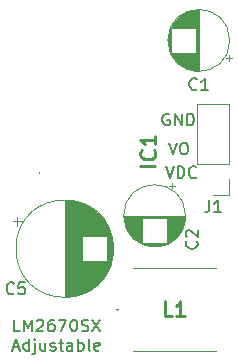
<source format=gbr>
%TF.GenerationSoftware,KiCad,Pcbnew,8.0.1-rc1*%
%TF.CreationDate,2024-10-01T13:14:16-07:00*%
%TF.ProjectId,LM2670-ADJ-Carrier-Set-SMD,4c4d3236-3730-42d4-9144-4a2d43617272,rev?*%
%TF.SameCoordinates,Original*%
%TF.FileFunction,Legend,Top*%
%TF.FilePolarity,Positive*%
%FSLAX46Y46*%
G04 Gerber Fmt 4.6, Leading zero omitted, Abs format (unit mm)*
G04 Created by KiCad (PCBNEW 8.0.1-rc1) date 2024-10-01 13:14:16*
%MOMM*%
%LPD*%
G01*
G04 APERTURE LIST*
%ADD10C,0.150000*%
%ADD11C,0.254000*%
%ADD12C,0.100000*%
%ADD13C,0.200000*%
%ADD14C,0.120000*%
%ADD15R,2.850000X3.300000*%
%ADD16R,1.700000X1.700000*%
%ADD17O,1.700000X1.700000*%
%ADD18R,1.600000X1.600000*%
%ADD19C,1.600000*%
%ADD20R,0.910000X2.160000*%
%ADD21R,10.800000X10.410000*%
G04 APERTURE END LIST*
D10*
X149102887Y-100513608D02*
X149436220Y-101513608D01*
X149436220Y-101513608D02*
X149769553Y-100513608D01*
X150102887Y-101513608D02*
X150102887Y-100513608D01*
X150102887Y-100513608D02*
X150340982Y-100513608D01*
X150340982Y-100513608D02*
X150483839Y-100561227D01*
X150483839Y-100561227D02*
X150579077Y-100656465D01*
X150579077Y-100656465D02*
X150626696Y-100751703D01*
X150626696Y-100751703D02*
X150674315Y-100942179D01*
X150674315Y-100942179D02*
X150674315Y-101085036D01*
X150674315Y-101085036D02*
X150626696Y-101275512D01*
X150626696Y-101275512D02*
X150579077Y-101370750D01*
X150579077Y-101370750D02*
X150483839Y-101465989D01*
X150483839Y-101465989D02*
X150340982Y-101513608D01*
X150340982Y-101513608D02*
X150102887Y-101513608D01*
X151674315Y-101418369D02*
X151626696Y-101465989D01*
X151626696Y-101465989D02*
X151483839Y-101513608D01*
X151483839Y-101513608D02*
X151388601Y-101513608D01*
X151388601Y-101513608D02*
X151245744Y-101465989D01*
X151245744Y-101465989D02*
X151150506Y-101370750D01*
X151150506Y-101370750D02*
X151102887Y-101275512D01*
X151102887Y-101275512D02*
X151055268Y-101085036D01*
X151055268Y-101085036D02*
X151055268Y-100942179D01*
X151055268Y-100942179D02*
X151102887Y-100751703D01*
X151102887Y-100751703D02*
X151150506Y-100656465D01*
X151150506Y-100656465D02*
X151245744Y-100561227D01*
X151245744Y-100561227D02*
X151388601Y-100513608D01*
X151388601Y-100513608D02*
X151483839Y-100513608D01*
X151483839Y-100513608D02*
X151626696Y-100561227D01*
X151626696Y-100561227D02*
X151674315Y-100608846D01*
X149361166Y-98505103D02*
X149694499Y-99505103D01*
X149694499Y-99505103D02*
X150027832Y-98505103D01*
X150551642Y-98505103D02*
X150742118Y-98505103D01*
X150742118Y-98505103D02*
X150837356Y-98552722D01*
X150837356Y-98552722D02*
X150932594Y-98647960D01*
X150932594Y-98647960D02*
X150980213Y-98838436D01*
X150980213Y-98838436D02*
X150980213Y-99171769D01*
X150980213Y-99171769D02*
X150932594Y-99362245D01*
X150932594Y-99362245D02*
X150837356Y-99457484D01*
X150837356Y-99457484D02*
X150742118Y-99505103D01*
X150742118Y-99505103D02*
X150551642Y-99505103D01*
X150551642Y-99505103D02*
X150456404Y-99457484D01*
X150456404Y-99457484D02*
X150361166Y-99362245D01*
X150361166Y-99362245D02*
X150313547Y-99171769D01*
X150313547Y-99171769D02*
X150313547Y-98838436D01*
X150313547Y-98838436D02*
X150361166Y-98647960D01*
X150361166Y-98647960D02*
X150456404Y-98552722D01*
X150456404Y-98552722D02*
X150551642Y-98505103D01*
X149396753Y-96095988D02*
X149301515Y-96048369D01*
X149301515Y-96048369D02*
X149158658Y-96048369D01*
X149158658Y-96048369D02*
X149015801Y-96095988D01*
X149015801Y-96095988D02*
X148920563Y-96191226D01*
X148920563Y-96191226D02*
X148872944Y-96286464D01*
X148872944Y-96286464D02*
X148825325Y-96476940D01*
X148825325Y-96476940D02*
X148825325Y-96619797D01*
X148825325Y-96619797D02*
X148872944Y-96810273D01*
X148872944Y-96810273D02*
X148920563Y-96905511D01*
X148920563Y-96905511D02*
X149015801Y-97000750D01*
X149015801Y-97000750D02*
X149158658Y-97048369D01*
X149158658Y-97048369D02*
X149253896Y-97048369D01*
X149253896Y-97048369D02*
X149396753Y-97000750D01*
X149396753Y-97000750D02*
X149444372Y-96953130D01*
X149444372Y-96953130D02*
X149444372Y-96619797D01*
X149444372Y-96619797D02*
X149253896Y-96619797D01*
X149872944Y-97048369D02*
X149872944Y-96048369D01*
X149872944Y-96048369D02*
X150444372Y-97048369D01*
X150444372Y-97048369D02*
X150444372Y-96048369D01*
X150920563Y-97048369D02*
X150920563Y-96048369D01*
X150920563Y-96048369D02*
X151158658Y-96048369D01*
X151158658Y-96048369D02*
X151301515Y-96095988D01*
X151301515Y-96095988D02*
X151396753Y-96191226D01*
X151396753Y-96191226D02*
X151444372Y-96286464D01*
X151444372Y-96286464D02*
X151491991Y-96476940D01*
X151491991Y-96476940D02*
X151491991Y-96619797D01*
X151491991Y-96619797D02*
X151444372Y-96810273D01*
X151444372Y-96810273D02*
X151396753Y-96905511D01*
X151396753Y-96905511D02*
X151301515Y-97000750D01*
X151301515Y-97000750D02*
X151158658Y-97048369D01*
X151158658Y-97048369D02*
X150920563Y-97048369D01*
X136748428Y-114494098D02*
X136272238Y-114494098D01*
X136272238Y-114494098D02*
X136272238Y-113494098D01*
X137081762Y-114494098D02*
X137081762Y-113494098D01*
X137081762Y-113494098D02*
X137415095Y-114208383D01*
X137415095Y-114208383D02*
X137748428Y-113494098D01*
X137748428Y-113494098D02*
X137748428Y-114494098D01*
X138177000Y-113589336D02*
X138224619Y-113541717D01*
X138224619Y-113541717D02*
X138319857Y-113494098D01*
X138319857Y-113494098D02*
X138557952Y-113494098D01*
X138557952Y-113494098D02*
X138653190Y-113541717D01*
X138653190Y-113541717D02*
X138700809Y-113589336D01*
X138700809Y-113589336D02*
X138748428Y-113684574D01*
X138748428Y-113684574D02*
X138748428Y-113779812D01*
X138748428Y-113779812D02*
X138700809Y-113922669D01*
X138700809Y-113922669D02*
X138129381Y-114494098D01*
X138129381Y-114494098D02*
X138748428Y-114494098D01*
X139605571Y-113494098D02*
X139415095Y-113494098D01*
X139415095Y-113494098D02*
X139319857Y-113541717D01*
X139319857Y-113541717D02*
X139272238Y-113589336D01*
X139272238Y-113589336D02*
X139177000Y-113732193D01*
X139177000Y-113732193D02*
X139129381Y-113922669D01*
X139129381Y-113922669D02*
X139129381Y-114303621D01*
X139129381Y-114303621D02*
X139177000Y-114398859D01*
X139177000Y-114398859D02*
X139224619Y-114446479D01*
X139224619Y-114446479D02*
X139319857Y-114494098D01*
X139319857Y-114494098D02*
X139510333Y-114494098D01*
X139510333Y-114494098D02*
X139605571Y-114446479D01*
X139605571Y-114446479D02*
X139653190Y-114398859D01*
X139653190Y-114398859D02*
X139700809Y-114303621D01*
X139700809Y-114303621D02*
X139700809Y-114065526D01*
X139700809Y-114065526D02*
X139653190Y-113970288D01*
X139653190Y-113970288D02*
X139605571Y-113922669D01*
X139605571Y-113922669D02*
X139510333Y-113875050D01*
X139510333Y-113875050D02*
X139319857Y-113875050D01*
X139319857Y-113875050D02*
X139224619Y-113922669D01*
X139224619Y-113922669D02*
X139177000Y-113970288D01*
X139177000Y-113970288D02*
X139129381Y-114065526D01*
X140034143Y-113494098D02*
X140700809Y-113494098D01*
X140700809Y-113494098D02*
X140272238Y-114494098D01*
X141272238Y-113494098D02*
X141367476Y-113494098D01*
X141367476Y-113494098D02*
X141462714Y-113541717D01*
X141462714Y-113541717D02*
X141510333Y-113589336D01*
X141510333Y-113589336D02*
X141557952Y-113684574D01*
X141557952Y-113684574D02*
X141605571Y-113875050D01*
X141605571Y-113875050D02*
X141605571Y-114113145D01*
X141605571Y-114113145D02*
X141557952Y-114303621D01*
X141557952Y-114303621D02*
X141510333Y-114398859D01*
X141510333Y-114398859D02*
X141462714Y-114446479D01*
X141462714Y-114446479D02*
X141367476Y-114494098D01*
X141367476Y-114494098D02*
X141272238Y-114494098D01*
X141272238Y-114494098D02*
X141177000Y-114446479D01*
X141177000Y-114446479D02*
X141129381Y-114398859D01*
X141129381Y-114398859D02*
X141081762Y-114303621D01*
X141081762Y-114303621D02*
X141034143Y-114113145D01*
X141034143Y-114113145D02*
X141034143Y-113875050D01*
X141034143Y-113875050D02*
X141081762Y-113684574D01*
X141081762Y-113684574D02*
X141129381Y-113589336D01*
X141129381Y-113589336D02*
X141177000Y-113541717D01*
X141177000Y-113541717D02*
X141272238Y-113494098D01*
X141986524Y-114446479D02*
X142129381Y-114494098D01*
X142129381Y-114494098D02*
X142367476Y-114494098D01*
X142367476Y-114494098D02*
X142462714Y-114446479D01*
X142462714Y-114446479D02*
X142510333Y-114398859D01*
X142510333Y-114398859D02*
X142557952Y-114303621D01*
X142557952Y-114303621D02*
X142557952Y-114208383D01*
X142557952Y-114208383D02*
X142510333Y-114113145D01*
X142510333Y-114113145D02*
X142462714Y-114065526D01*
X142462714Y-114065526D02*
X142367476Y-114017907D01*
X142367476Y-114017907D02*
X142177000Y-113970288D01*
X142177000Y-113970288D02*
X142081762Y-113922669D01*
X142081762Y-113922669D02*
X142034143Y-113875050D01*
X142034143Y-113875050D02*
X141986524Y-113779812D01*
X141986524Y-113779812D02*
X141986524Y-113684574D01*
X141986524Y-113684574D02*
X142034143Y-113589336D01*
X142034143Y-113589336D02*
X142081762Y-113541717D01*
X142081762Y-113541717D02*
X142177000Y-113494098D01*
X142177000Y-113494098D02*
X142415095Y-113494098D01*
X142415095Y-113494098D02*
X142557952Y-113541717D01*
X142891286Y-113494098D02*
X143557952Y-114494098D01*
X143557952Y-113494098D02*
X142891286Y-114494098D01*
X136200809Y-115818327D02*
X136676999Y-115818327D01*
X136105571Y-116104042D02*
X136438904Y-115104042D01*
X136438904Y-115104042D02*
X136772237Y-116104042D01*
X137534142Y-116104042D02*
X137534142Y-115104042D01*
X137534142Y-116056423D02*
X137438904Y-116104042D01*
X137438904Y-116104042D02*
X137248428Y-116104042D01*
X137248428Y-116104042D02*
X137153190Y-116056423D01*
X137153190Y-116056423D02*
X137105571Y-116008803D01*
X137105571Y-116008803D02*
X137057952Y-115913565D01*
X137057952Y-115913565D02*
X137057952Y-115627851D01*
X137057952Y-115627851D02*
X137105571Y-115532613D01*
X137105571Y-115532613D02*
X137153190Y-115484994D01*
X137153190Y-115484994D02*
X137248428Y-115437375D01*
X137248428Y-115437375D02*
X137438904Y-115437375D01*
X137438904Y-115437375D02*
X137534142Y-115484994D01*
X138010333Y-115437375D02*
X138010333Y-116294518D01*
X138010333Y-116294518D02*
X137962714Y-116389756D01*
X137962714Y-116389756D02*
X137867476Y-116437375D01*
X137867476Y-116437375D02*
X137819857Y-116437375D01*
X138010333Y-115104042D02*
X137962714Y-115151661D01*
X137962714Y-115151661D02*
X138010333Y-115199280D01*
X138010333Y-115199280D02*
X138057952Y-115151661D01*
X138057952Y-115151661D02*
X138010333Y-115104042D01*
X138010333Y-115104042D02*
X138010333Y-115199280D01*
X138915094Y-115437375D02*
X138915094Y-116104042D01*
X138486523Y-115437375D02*
X138486523Y-115961184D01*
X138486523Y-115961184D02*
X138534142Y-116056423D01*
X138534142Y-116056423D02*
X138629380Y-116104042D01*
X138629380Y-116104042D02*
X138772237Y-116104042D01*
X138772237Y-116104042D02*
X138867475Y-116056423D01*
X138867475Y-116056423D02*
X138915094Y-116008803D01*
X139343666Y-116056423D02*
X139438904Y-116104042D01*
X139438904Y-116104042D02*
X139629380Y-116104042D01*
X139629380Y-116104042D02*
X139724618Y-116056423D01*
X139724618Y-116056423D02*
X139772237Y-115961184D01*
X139772237Y-115961184D02*
X139772237Y-115913565D01*
X139772237Y-115913565D02*
X139724618Y-115818327D01*
X139724618Y-115818327D02*
X139629380Y-115770708D01*
X139629380Y-115770708D02*
X139486523Y-115770708D01*
X139486523Y-115770708D02*
X139391285Y-115723089D01*
X139391285Y-115723089D02*
X139343666Y-115627851D01*
X139343666Y-115627851D02*
X139343666Y-115580232D01*
X139343666Y-115580232D02*
X139391285Y-115484994D01*
X139391285Y-115484994D02*
X139486523Y-115437375D01*
X139486523Y-115437375D02*
X139629380Y-115437375D01*
X139629380Y-115437375D02*
X139724618Y-115484994D01*
X140057952Y-115437375D02*
X140438904Y-115437375D01*
X140200809Y-115104042D02*
X140200809Y-115961184D01*
X140200809Y-115961184D02*
X140248428Y-116056423D01*
X140248428Y-116056423D02*
X140343666Y-116104042D01*
X140343666Y-116104042D02*
X140438904Y-116104042D01*
X141200809Y-116104042D02*
X141200809Y-115580232D01*
X141200809Y-115580232D02*
X141153190Y-115484994D01*
X141153190Y-115484994D02*
X141057952Y-115437375D01*
X141057952Y-115437375D02*
X140867476Y-115437375D01*
X140867476Y-115437375D02*
X140772238Y-115484994D01*
X141200809Y-116056423D02*
X141105571Y-116104042D01*
X141105571Y-116104042D02*
X140867476Y-116104042D01*
X140867476Y-116104042D02*
X140772238Y-116056423D01*
X140772238Y-116056423D02*
X140724619Y-115961184D01*
X140724619Y-115961184D02*
X140724619Y-115865946D01*
X140724619Y-115865946D02*
X140772238Y-115770708D01*
X140772238Y-115770708D02*
X140867476Y-115723089D01*
X140867476Y-115723089D02*
X141105571Y-115723089D01*
X141105571Y-115723089D02*
X141200809Y-115675470D01*
X141677000Y-116104042D02*
X141677000Y-115104042D01*
X141677000Y-115484994D02*
X141772238Y-115437375D01*
X141772238Y-115437375D02*
X141962714Y-115437375D01*
X141962714Y-115437375D02*
X142057952Y-115484994D01*
X142057952Y-115484994D02*
X142105571Y-115532613D01*
X142105571Y-115532613D02*
X142153190Y-115627851D01*
X142153190Y-115627851D02*
X142153190Y-115913565D01*
X142153190Y-115913565D02*
X142105571Y-116008803D01*
X142105571Y-116008803D02*
X142057952Y-116056423D01*
X142057952Y-116056423D02*
X141962714Y-116104042D01*
X141962714Y-116104042D02*
X141772238Y-116104042D01*
X141772238Y-116104042D02*
X141677000Y-116056423D01*
X142724619Y-116104042D02*
X142629381Y-116056423D01*
X142629381Y-116056423D02*
X142581762Y-115961184D01*
X142581762Y-115961184D02*
X142581762Y-115104042D01*
X143486524Y-116056423D02*
X143391286Y-116104042D01*
X143391286Y-116104042D02*
X143200810Y-116104042D01*
X143200810Y-116104042D02*
X143105572Y-116056423D01*
X143105572Y-116056423D02*
X143057953Y-115961184D01*
X143057953Y-115961184D02*
X143057953Y-115580232D01*
X143057953Y-115580232D02*
X143105572Y-115484994D01*
X143105572Y-115484994D02*
X143200810Y-115437375D01*
X143200810Y-115437375D02*
X143391286Y-115437375D01*
X143391286Y-115437375D02*
X143486524Y-115484994D01*
X143486524Y-115484994D02*
X143534143Y-115580232D01*
X143534143Y-115580232D02*
X143534143Y-115675470D01*
X143534143Y-115675470D02*
X143057953Y-115770708D01*
D11*
X149616647Y-113216181D02*
X149011885Y-113216181D01*
X149011885Y-113216181D02*
X149011885Y-111946181D01*
X150705219Y-113216181D02*
X149979504Y-113216181D01*
X150342361Y-113216181D02*
X150342361Y-111946181D01*
X150342361Y-111946181D02*
X150221409Y-112127609D01*
X150221409Y-112127609D02*
X150100457Y-112248562D01*
X150100457Y-112248562D02*
X149979504Y-112309038D01*
D10*
X152776115Y-103401819D02*
X152776115Y-104116104D01*
X152776115Y-104116104D02*
X152728496Y-104258961D01*
X152728496Y-104258961D02*
X152633258Y-104354200D01*
X152633258Y-104354200D02*
X152490401Y-104401819D01*
X152490401Y-104401819D02*
X152395163Y-104401819D01*
X153776115Y-104401819D02*
X153204687Y-104401819D01*
X153490401Y-104401819D02*
X153490401Y-103401819D01*
X153490401Y-103401819D02*
X153395163Y-103544676D01*
X153395163Y-103544676D02*
X153299925Y-103639914D01*
X153299925Y-103639914D02*
X153204687Y-103687533D01*
X136247572Y-111247228D02*
X136199953Y-111294848D01*
X136199953Y-111294848D02*
X136057096Y-111342467D01*
X136057096Y-111342467D02*
X135961858Y-111342467D01*
X135961858Y-111342467D02*
X135819001Y-111294848D01*
X135819001Y-111294848D02*
X135723763Y-111199609D01*
X135723763Y-111199609D02*
X135676144Y-111104371D01*
X135676144Y-111104371D02*
X135628525Y-110913895D01*
X135628525Y-110913895D02*
X135628525Y-110771038D01*
X135628525Y-110771038D02*
X135676144Y-110580562D01*
X135676144Y-110580562D02*
X135723763Y-110485324D01*
X135723763Y-110485324D02*
X135819001Y-110390086D01*
X135819001Y-110390086D02*
X135961858Y-110342467D01*
X135961858Y-110342467D02*
X136057096Y-110342467D01*
X136057096Y-110342467D02*
X136199953Y-110390086D01*
X136199953Y-110390086D02*
X136247572Y-110437705D01*
X137152334Y-110342467D02*
X136676144Y-110342467D01*
X136676144Y-110342467D02*
X136628525Y-110818657D01*
X136628525Y-110818657D02*
X136676144Y-110771038D01*
X136676144Y-110771038D02*
X136771382Y-110723419D01*
X136771382Y-110723419D02*
X137009477Y-110723419D01*
X137009477Y-110723419D02*
X137104715Y-110771038D01*
X137104715Y-110771038D02*
X137152334Y-110818657D01*
X137152334Y-110818657D02*
X137199953Y-110913895D01*
X137199953Y-110913895D02*
X137199953Y-111151990D01*
X137199953Y-111151990D02*
X137152334Y-111247228D01*
X137152334Y-111247228D02*
X137104715Y-111294848D01*
X137104715Y-111294848D02*
X137009477Y-111342467D01*
X137009477Y-111342467D02*
X136771382Y-111342467D01*
X136771382Y-111342467D02*
X136676144Y-111294848D01*
X136676144Y-111294848D02*
X136628525Y-111247228D01*
X151712284Y-106857686D02*
X151759904Y-106905305D01*
X151759904Y-106905305D02*
X151807523Y-107048162D01*
X151807523Y-107048162D02*
X151807523Y-107143400D01*
X151807523Y-107143400D02*
X151759904Y-107286257D01*
X151759904Y-107286257D02*
X151664665Y-107381495D01*
X151664665Y-107381495D02*
X151569427Y-107429114D01*
X151569427Y-107429114D02*
X151378951Y-107476733D01*
X151378951Y-107476733D02*
X151236094Y-107476733D01*
X151236094Y-107476733D02*
X151045618Y-107429114D01*
X151045618Y-107429114D02*
X150950380Y-107381495D01*
X150950380Y-107381495D02*
X150855142Y-107286257D01*
X150855142Y-107286257D02*
X150807523Y-107143400D01*
X150807523Y-107143400D02*
X150807523Y-107048162D01*
X150807523Y-107048162D02*
X150855142Y-106905305D01*
X150855142Y-106905305D02*
X150902761Y-106857686D01*
X150902761Y-106476733D02*
X150855142Y-106429114D01*
X150855142Y-106429114D02*
X150807523Y-106333876D01*
X150807523Y-106333876D02*
X150807523Y-106095781D01*
X150807523Y-106095781D02*
X150855142Y-106000543D01*
X150855142Y-106000543D02*
X150902761Y-105952924D01*
X150902761Y-105952924D02*
X150997999Y-105905305D01*
X150997999Y-105905305D02*
X151093237Y-105905305D01*
X151093237Y-105905305D02*
X151236094Y-105952924D01*
X151236094Y-105952924D02*
X151807523Y-106524352D01*
X151807523Y-106524352D02*
X151807523Y-105905305D01*
X151734027Y-93962064D02*
X151686408Y-94009684D01*
X151686408Y-94009684D02*
X151543551Y-94057303D01*
X151543551Y-94057303D02*
X151448313Y-94057303D01*
X151448313Y-94057303D02*
X151305456Y-94009684D01*
X151305456Y-94009684D02*
X151210218Y-93914445D01*
X151210218Y-93914445D02*
X151162599Y-93819207D01*
X151162599Y-93819207D02*
X151114980Y-93628731D01*
X151114980Y-93628731D02*
X151114980Y-93485874D01*
X151114980Y-93485874D02*
X151162599Y-93295398D01*
X151162599Y-93295398D02*
X151210218Y-93200160D01*
X151210218Y-93200160D02*
X151305456Y-93104922D01*
X151305456Y-93104922D02*
X151448313Y-93057303D01*
X151448313Y-93057303D02*
X151543551Y-93057303D01*
X151543551Y-93057303D02*
X151686408Y-93104922D01*
X151686408Y-93104922D02*
X151734027Y-93152541D01*
X152686408Y-94057303D02*
X152114980Y-94057303D01*
X152400694Y-94057303D02*
X152400694Y-93057303D01*
X152400694Y-93057303D02*
X152305456Y-93200160D01*
X152305456Y-93200160D02*
X152210218Y-93295398D01*
X152210218Y-93295398D02*
X152114980Y-93343017D01*
D11*
X148230870Y-100475545D02*
X146960870Y-100475545D01*
X148109917Y-99145068D02*
X148170394Y-99205544D01*
X148170394Y-99205544D02*
X148230870Y-99386973D01*
X148230870Y-99386973D02*
X148230870Y-99507925D01*
X148230870Y-99507925D02*
X148170394Y-99689354D01*
X148170394Y-99689354D02*
X148049441Y-99810306D01*
X148049441Y-99810306D02*
X147928489Y-99870783D01*
X147928489Y-99870783D02*
X147686584Y-99931259D01*
X147686584Y-99931259D02*
X147505155Y-99931259D01*
X147505155Y-99931259D02*
X147263251Y-99870783D01*
X147263251Y-99870783D02*
X147142298Y-99810306D01*
X147142298Y-99810306D02*
X147021346Y-99689354D01*
X147021346Y-99689354D02*
X146960870Y-99507925D01*
X146960870Y-99507925D02*
X146960870Y-99386973D01*
X146960870Y-99386973D02*
X147021346Y-99205544D01*
X147021346Y-99205544D02*
X147081822Y-99145068D01*
X148230870Y-97935544D02*
X148230870Y-98661259D01*
X148230870Y-98298402D02*
X146960870Y-98298402D01*
X146960870Y-98298402D02*
X147142298Y-98419354D01*
X147142298Y-98419354D02*
X147263251Y-98540306D01*
X147263251Y-98540306D02*
X147323727Y-98661259D01*
D12*
%TO.C,L1*%
X146328314Y-109141863D02*
X153328314Y-109141863D01*
X153328314Y-116141863D02*
X146328314Y-116141863D01*
D13*
X145053314Y-112641863D02*
G75*
G02*
X144953314Y-112641863I-50000J0D01*
G01*
X144953314Y-112641863D02*
G75*
G02*
X145053314Y-112641863I50000J0D01*
G01*
D14*
%TO.C,J1*%
X151779449Y-100347000D02*
X151779449Y-95207000D01*
X154439449Y-95207000D02*
X151779449Y-95207000D01*
X154439449Y-100347000D02*
X151779449Y-100347000D01*
X154439449Y-100347000D02*
X154439449Y-95207000D01*
X154439449Y-101617000D02*
X154439449Y-102947000D01*
X154439449Y-102947000D02*
X153109449Y-102947000D01*
%TO.C,C5*%
X136139688Y-105167969D02*
X136939688Y-105167969D01*
X136539688Y-104767969D02*
X136539688Y-105567969D01*
X140549386Y-103402969D02*
X140549386Y-111562969D01*
X140589386Y-103402969D02*
X140589386Y-111562969D01*
X140629386Y-103402969D02*
X140629386Y-111562969D01*
X140669386Y-103403969D02*
X140669386Y-111561969D01*
X140709386Y-103405969D02*
X140709386Y-111559969D01*
X140749386Y-103406969D02*
X140749386Y-111558969D01*
X140789386Y-103408969D02*
X140789386Y-111556969D01*
X140829386Y-103411969D02*
X140829386Y-111553969D01*
X140869386Y-103414969D02*
X140869386Y-111550969D01*
X140909386Y-103417969D02*
X140909386Y-111547969D01*
X140949386Y-103421969D02*
X140949386Y-111543969D01*
X140989386Y-103425969D02*
X140989386Y-111539969D01*
X141029386Y-103430969D02*
X141029386Y-111534969D01*
X141069386Y-103434969D02*
X141069386Y-111530969D01*
X141109386Y-103440969D02*
X141109386Y-111524969D01*
X141149386Y-103445969D02*
X141149386Y-111519969D01*
X141189386Y-103452969D02*
X141189386Y-111512969D01*
X141229386Y-103458969D02*
X141229386Y-111506969D01*
X141270386Y-103465969D02*
X141270386Y-111499969D01*
X141310386Y-103472969D02*
X141310386Y-111492969D01*
X141350386Y-103480969D02*
X141350386Y-111484969D01*
X141390386Y-103488969D02*
X141390386Y-111476969D01*
X141430386Y-103497969D02*
X141430386Y-111467969D01*
X141470386Y-103506969D02*
X141470386Y-111458969D01*
X141510386Y-103515969D02*
X141510386Y-111449969D01*
X141550386Y-103525969D02*
X141550386Y-111439969D01*
X141590386Y-103535969D02*
X141590386Y-111429969D01*
X141630386Y-103546969D02*
X141630386Y-111418969D01*
X141670386Y-103557969D02*
X141670386Y-111407969D01*
X141710386Y-103568969D02*
X141710386Y-111396969D01*
X141750386Y-103580969D02*
X141750386Y-111384969D01*
X141790386Y-103593969D02*
X141790386Y-111371969D01*
X141830386Y-103605969D02*
X141830386Y-111359969D01*
X141870386Y-103619969D02*
X141870386Y-111345969D01*
X141910386Y-103632969D02*
X141910386Y-111332969D01*
X141950386Y-103647969D02*
X141950386Y-111317969D01*
X141990386Y-103661969D02*
X141990386Y-111303969D01*
X142030386Y-103677969D02*
X142030386Y-106442969D01*
X142030386Y-108522969D02*
X142030386Y-111287969D01*
X142070386Y-103692969D02*
X142070386Y-106442969D01*
X142070386Y-108522969D02*
X142070386Y-111272969D01*
X142110386Y-103708969D02*
X142110386Y-106442969D01*
X142110386Y-108522969D02*
X142110386Y-111256969D01*
X142150386Y-103725969D02*
X142150386Y-106442969D01*
X142150386Y-108522969D02*
X142150386Y-111239969D01*
X142190386Y-103742969D02*
X142190386Y-106442969D01*
X142190386Y-108522969D02*
X142190386Y-111222969D01*
X142230386Y-103760969D02*
X142230386Y-106442969D01*
X142230386Y-108522969D02*
X142230386Y-111204969D01*
X142270386Y-103778969D02*
X142270386Y-106442969D01*
X142270386Y-108522969D02*
X142270386Y-111186969D01*
X142310386Y-103796969D02*
X142310386Y-106442969D01*
X142310386Y-108522969D02*
X142310386Y-111168969D01*
X142350386Y-103816969D02*
X142350386Y-106442969D01*
X142350386Y-108522969D02*
X142350386Y-111148969D01*
X142390386Y-103835969D02*
X142390386Y-106442969D01*
X142390386Y-108522969D02*
X142390386Y-111129969D01*
X142430386Y-103855969D02*
X142430386Y-106442969D01*
X142430386Y-108522969D02*
X142430386Y-111109969D01*
X142470386Y-103876969D02*
X142470386Y-106442969D01*
X142470386Y-108522969D02*
X142470386Y-111088969D01*
X142510386Y-103898969D02*
X142510386Y-106442969D01*
X142510386Y-108522969D02*
X142510386Y-111066969D01*
X142550386Y-103920969D02*
X142550386Y-106442969D01*
X142550386Y-108522969D02*
X142550386Y-111044969D01*
X142590386Y-103942969D02*
X142590386Y-106442969D01*
X142590386Y-108522969D02*
X142590386Y-111022969D01*
X142630386Y-103965969D02*
X142630386Y-106442969D01*
X142630386Y-108522969D02*
X142630386Y-110999969D01*
X142670386Y-103989969D02*
X142670386Y-106442969D01*
X142670386Y-108522969D02*
X142670386Y-110975969D01*
X142710386Y-104013969D02*
X142710386Y-106442969D01*
X142710386Y-108522969D02*
X142710386Y-110951969D01*
X142750386Y-104038969D02*
X142750386Y-106442969D01*
X142750386Y-108522969D02*
X142750386Y-110926969D01*
X142790386Y-104064969D02*
X142790386Y-106442969D01*
X142790386Y-108522969D02*
X142790386Y-110900969D01*
X142830386Y-104090969D02*
X142830386Y-106442969D01*
X142830386Y-108522969D02*
X142830386Y-110874969D01*
X142870386Y-104117969D02*
X142870386Y-106442969D01*
X142870386Y-108522969D02*
X142870386Y-110847969D01*
X142910386Y-104144969D02*
X142910386Y-106442969D01*
X142910386Y-108522969D02*
X142910386Y-110820969D01*
X142950386Y-104173969D02*
X142950386Y-106442969D01*
X142950386Y-108522969D02*
X142950386Y-110791969D01*
X142990386Y-104202969D02*
X142990386Y-106442969D01*
X142990386Y-108522969D02*
X142990386Y-110762969D01*
X143030386Y-104232969D02*
X143030386Y-106442969D01*
X143030386Y-108522969D02*
X143030386Y-110732969D01*
X143070386Y-104262969D02*
X143070386Y-106442969D01*
X143070386Y-108522969D02*
X143070386Y-110702969D01*
X143110386Y-104293969D02*
X143110386Y-106442969D01*
X143110386Y-108522969D02*
X143110386Y-110671969D01*
X143150386Y-104326969D02*
X143150386Y-106442969D01*
X143150386Y-108522969D02*
X143150386Y-110638969D01*
X143190386Y-104358969D02*
X143190386Y-106442969D01*
X143190386Y-108522969D02*
X143190386Y-110606969D01*
X143230386Y-104392969D02*
X143230386Y-106442969D01*
X143230386Y-108522969D02*
X143230386Y-110572969D01*
X143270386Y-104427969D02*
X143270386Y-106442969D01*
X143270386Y-108522969D02*
X143270386Y-110537969D01*
X143310386Y-104463969D02*
X143310386Y-106442969D01*
X143310386Y-108522969D02*
X143310386Y-110501969D01*
X143350386Y-104499969D02*
X143350386Y-106442969D01*
X143350386Y-108522969D02*
X143350386Y-110465969D01*
X143390386Y-104537969D02*
X143390386Y-106442969D01*
X143390386Y-108522969D02*
X143390386Y-110427969D01*
X143430386Y-104575969D02*
X143430386Y-106442969D01*
X143430386Y-108522969D02*
X143430386Y-110389969D01*
X143470386Y-104615969D02*
X143470386Y-106442969D01*
X143470386Y-108522969D02*
X143470386Y-110349969D01*
X143510386Y-104656969D02*
X143510386Y-106442969D01*
X143510386Y-108522969D02*
X143510386Y-110308969D01*
X143550386Y-104698969D02*
X143550386Y-106442969D01*
X143550386Y-108522969D02*
X143550386Y-110266969D01*
X143590386Y-104741969D02*
X143590386Y-106442969D01*
X143590386Y-108522969D02*
X143590386Y-110223969D01*
X143630386Y-104785969D02*
X143630386Y-106442969D01*
X143630386Y-108522969D02*
X143630386Y-110179969D01*
X143670386Y-104831969D02*
X143670386Y-106442969D01*
X143670386Y-108522969D02*
X143670386Y-110133969D01*
X143710386Y-104878969D02*
X143710386Y-106442969D01*
X143710386Y-108522969D02*
X143710386Y-110086969D01*
X143750386Y-104926969D02*
X143750386Y-106442969D01*
X143750386Y-108522969D02*
X143750386Y-110038969D01*
X143790386Y-104977969D02*
X143790386Y-106442969D01*
X143790386Y-108522969D02*
X143790386Y-109987969D01*
X143830386Y-105028969D02*
X143830386Y-106442969D01*
X143830386Y-108522969D02*
X143830386Y-109936969D01*
X143870386Y-105082969D02*
X143870386Y-106442969D01*
X143870386Y-108522969D02*
X143870386Y-109882969D01*
X143910386Y-105137969D02*
X143910386Y-106442969D01*
X143910386Y-108522969D02*
X143910386Y-109827969D01*
X143950386Y-105195969D02*
X143950386Y-106442969D01*
X143950386Y-108522969D02*
X143950386Y-109769969D01*
X143990386Y-105254969D02*
X143990386Y-106442969D01*
X143990386Y-108522969D02*
X143990386Y-109710969D01*
X144030386Y-105316969D02*
X144030386Y-106442969D01*
X144030386Y-108522969D02*
X144030386Y-109648969D01*
X144070386Y-105380969D02*
X144070386Y-106442969D01*
X144070386Y-108522969D02*
X144070386Y-109584969D01*
X144110386Y-105448969D02*
X144110386Y-109516969D01*
X144150386Y-105518969D02*
X144150386Y-109446969D01*
X144190386Y-105592969D02*
X144190386Y-109372969D01*
X144230386Y-105669969D02*
X144230386Y-109295969D01*
X144270386Y-105751969D02*
X144270386Y-109213969D01*
X144310386Y-105837969D02*
X144310386Y-109127969D01*
X144350386Y-105930969D02*
X144350386Y-109034969D01*
X144390386Y-106029969D02*
X144390386Y-108935969D01*
X144430386Y-106136969D02*
X144430386Y-108828969D01*
X144470386Y-106253969D02*
X144470386Y-108711969D01*
X144510386Y-106384969D02*
X144510386Y-108580969D01*
X144550386Y-106534969D02*
X144550386Y-108430969D01*
X144590386Y-106714969D02*
X144590386Y-108250969D01*
X144630386Y-106949969D02*
X144630386Y-108015969D01*
X144669386Y-107482969D02*
G75*
G02*
X136429386Y-107482969I-4120000J0D01*
G01*
X136429386Y-107482969D02*
G75*
G02*
X144669386Y-107482969I4120000J0D01*
G01*
%TO.C,C2*%
X147118263Y-104929855D02*
X145589263Y-104929855D01*
X147118263Y-104969855D02*
X145593263Y-104969855D01*
X147118263Y-105009855D02*
X145597263Y-105009855D01*
X147118263Y-105049855D02*
X145602263Y-105049855D01*
X147118263Y-105089855D02*
X145608263Y-105089855D01*
X147118263Y-105129855D02*
X145615263Y-105129855D01*
X147118263Y-105169855D02*
X145622263Y-105169855D01*
X147118263Y-105209855D02*
X145630263Y-105209855D01*
X147118263Y-105249855D02*
X145638263Y-105249855D01*
X147118263Y-105289855D02*
X145647263Y-105289855D01*
X147118263Y-105329855D02*
X145657263Y-105329855D01*
X147118263Y-105369855D02*
X145667263Y-105369855D01*
X147118263Y-105410855D02*
X145678263Y-105410855D01*
X147118263Y-105450855D02*
X145690263Y-105450855D01*
X147118263Y-105490855D02*
X145703263Y-105490855D01*
X147118263Y-105530855D02*
X145716263Y-105530855D01*
X147118263Y-105570855D02*
X145730263Y-105570855D01*
X147118263Y-105610855D02*
X145744263Y-105610855D01*
X147118263Y-105650855D02*
X145760263Y-105650855D01*
X147118263Y-105690855D02*
X145776263Y-105690855D01*
X147118263Y-105730855D02*
X145793263Y-105730855D01*
X147118263Y-105770855D02*
X145810263Y-105770855D01*
X147118263Y-105810855D02*
X145829263Y-105810855D01*
X147118263Y-105850855D02*
X145848263Y-105850855D01*
X147118263Y-105890855D02*
X145868263Y-105890855D01*
X147118263Y-105930855D02*
X145890263Y-105930855D01*
X147118263Y-105970855D02*
X145911263Y-105970855D01*
X147118263Y-106010855D02*
X145934263Y-106010855D01*
X147118263Y-106050855D02*
X145958263Y-106050855D01*
X147118263Y-106090855D02*
X145983263Y-106090855D01*
X147118263Y-106130855D02*
X146009263Y-106130855D01*
X147118263Y-106170855D02*
X146036263Y-106170855D01*
X147118263Y-106210855D02*
X146063263Y-106210855D01*
X147118263Y-106250855D02*
X146093263Y-106250855D01*
X147118263Y-106290855D02*
X146123263Y-106290855D01*
X147118263Y-106330855D02*
X146154263Y-106330855D01*
X147118263Y-106370855D02*
X146187263Y-106370855D01*
X147118263Y-106410855D02*
X146221263Y-106410855D01*
X147118263Y-106450855D02*
X146257263Y-106450855D01*
X147118263Y-106490855D02*
X146294263Y-106490855D01*
X147118263Y-106530855D02*
X146332263Y-106530855D01*
X147118263Y-106570855D02*
X146373263Y-106570855D01*
X147118263Y-106610855D02*
X146415263Y-106610855D01*
X147118263Y-106650855D02*
X146459263Y-106650855D01*
X147118263Y-106690855D02*
X146505263Y-106690855D01*
X147118263Y-106730855D02*
X146553263Y-106730855D01*
X147118263Y-106770855D02*
X146604263Y-106770855D01*
X147118263Y-106810855D02*
X146658263Y-106810855D01*
X147118263Y-106850855D02*
X146715263Y-106850855D01*
X147118263Y-106890855D02*
X146775263Y-106890855D01*
X147118263Y-106930855D02*
X146839263Y-106930855D01*
X147118263Y-106970855D02*
X146907263Y-106970855D01*
X148442263Y-107290855D02*
X147874263Y-107290855D01*
X148676263Y-107250855D02*
X147640263Y-107250855D01*
X148835263Y-107210855D02*
X147481263Y-107210855D01*
X148963263Y-107170855D02*
X147353263Y-107170855D01*
X149073263Y-107130855D02*
X147243263Y-107130855D01*
X149169263Y-107090855D02*
X147147263Y-107090855D01*
X149256263Y-107050855D02*
X147060263Y-107050855D01*
X149336263Y-107010855D02*
X146980263Y-107010855D01*
X149409263Y-106970855D02*
X149198263Y-106970855D01*
X149477263Y-106930855D02*
X149198263Y-106930855D01*
X149541263Y-106890855D02*
X149198263Y-106890855D01*
X149601263Y-106850855D02*
X149198263Y-106850855D01*
X149633263Y-101885080D02*
X149633263Y-102385080D01*
X149658263Y-106810855D02*
X149198263Y-106810855D01*
X149712263Y-106770855D02*
X149198263Y-106770855D01*
X149763263Y-106730855D02*
X149198263Y-106730855D01*
X149811263Y-106690855D02*
X149198263Y-106690855D01*
X149857263Y-106650855D02*
X149198263Y-106650855D01*
X149883263Y-102135080D02*
X149383263Y-102135080D01*
X149901263Y-106610855D02*
X149198263Y-106610855D01*
X149943263Y-106570855D02*
X149198263Y-106570855D01*
X149984263Y-106530855D02*
X149198263Y-106530855D01*
X150022263Y-106490855D02*
X149198263Y-106490855D01*
X150059263Y-106450855D02*
X149198263Y-106450855D01*
X150095263Y-106410855D02*
X149198263Y-106410855D01*
X150129263Y-106370855D02*
X149198263Y-106370855D01*
X150162263Y-106330855D02*
X149198263Y-106330855D01*
X150193263Y-106290855D02*
X149198263Y-106290855D01*
X150223263Y-106250855D02*
X149198263Y-106250855D01*
X150253263Y-106210855D02*
X149198263Y-106210855D01*
X150280263Y-106170855D02*
X149198263Y-106170855D01*
X150307263Y-106130855D02*
X149198263Y-106130855D01*
X150333263Y-106090855D02*
X149198263Y-106090855D01*
X150358263Y-106050855D02*
X149198263Y-106050855D01*
X150382263Y-106010855D02*
X149198263Y-106010855D01*
X150405263Y-105970855D02*
X149198263Y-105970855D01*
X150426263Y-105930855D02*
X149198263Y-105930855D01*
X150448263Y-105890855D02*
X149198263Y-105890855D01*
X150468263Y-105850855D02*
X149198263Y-105850855D01*
X150487263Y-105810855D02*
X149198263Y-105810855D01*
X150506263Y-105770855D02*
X149198263Y-105770855D01*
X150523263Y-105730855D02*
X149198263Y-105730855D01*
X150540263Y-105690855D02*
X149198263Y-105690855D01*
X150556263Y-105650855D02*
X149198263Y-105650855D01*
X150572263Y-105610855D02*
X149198263Y-105610855D01*
X150586263Y-105570855D02*
X149198263Y-105570855D01*
X150600263Y-105530855D02*
X149198263Y-105530855D01*
X150613263Y-105490855D02*
X149198263Y-105490855D01*
X150626263Y-105450855D02*
X149198263Y-105450855D01*
X150638263Y-105410855D02*
X149198263Y-105410855D01*
X150649263Y-105369855D02*
X149198263Y-105369855D01*
X150659263Y-105329855D02*
X149198263Y-105329855D01*
X150669263Y-105289855D02*
X149198263Y-105289855D01*
X150678263Y-105249855D02*
X149198263Y-105249855D01*
X150686263Y-105209855D02*
X149198263Y-105209855D01*
X150694263Y-105169855D02*
X149198263Y-105169855D01*
X150701263Y-105129855D02*
X149198263Y-105129855D01*
X150708263Y-105089855D02*
X149198263Y-105089855D01*
X150714263Y-105049855D02*
X149198263Y-105049855D01*
X150719263Y-105009855D02*
X149198263Y-105009855D01*
X150723263Y-104969855D02*
X149198263Y-104969855D01*
X150727263Y-104929855D02*
X149198263Y-104929855D01*
X150731263Y-104889855D02*
X145585263Y-104889855D01*
X150734263Y-104849855D02*
X145582263Y-104849855D01*
X150736263Y-104809855D02*
X145580263Y-104809855D01*
X150737263Y-104769855D02*
X145579263Y-104769855D01*
X150738263Y-104689855D02*
X145578263Y-104689855D01*
X150738263Y-104729855D02*
X145578263Y-104729855D01*
X150778263Y-104689855D02*
G75*
G02*
X145538263Y-104689855I-2620000J0D01*
G01*
X145538263Y-104689855D02*
G75*
G02*
X150778263Y-104689855I2620000J0D01*
G01*
%TO.C,C1*%
X149299694Y-90136484D02*
X149299694Y-89568484D01*
X149339694Y-90370484D02*
X149339694Y-89334484D01*
X149379694Y-90529484D02*
X149379694Y-89175484D01*
X149419694Y-90657484D02*
X149419694Y-89047484D01*
X149459694Y-90767484D02*
X149459694Y-88937484D01*
X149499694Y-90863484D02*
X149499694Y-88841484D01*
X149539694Y-90950484D02*
X149539694Y-88754484D01*
X149579694Y-91030484D02*
X149579694Y-88674484D01*
X149619694Y-88812484D02*
X149619694Y-88601484D01*
X149619694Y-91103484D02*
X149619694Y-90892484D01*
X149659694Y-88812484D02*
X149659694Y-88533484D01*
X149659694Y-91171484D02*
X149659694Y-90892484D01*
X149699694Y-88812484D02*
X149699694Y-88469484D01*
X149699694Y-91235484D02*
X149699694Y-90892484D01*
X149739694Y-88812484D02*
X149739694Y-88409484D01*
X149739694Y-91295484D02*
X149739694Y-90892484D01*
X149779694Y-88812484D02*
X149779694Y-88352484D01*
X149779694Y-91352484D02*
X149779694Y-90892484D01*
X149819694Y-88812484D02*
X149819694Y-88298484D01*
X149819694Y-91406484D02*
X149819694Y-90892484D01*
X149859694Y-88812484D02*
X149859694Y-88247484D01*
X149859694Y-91457484D02*
X149859694Y-90892484D01*
X149899694Y-88812484D02*
X149899694Y-88199484D01*
X149899694Y-91505484D02*
X149899694Y-90892484D01*
X149939694Y-88812484D02*
X149939694Y-88153484D01*
X149939694Y-91551484D02*
X149939694Y-90892484D01*
X149979694Y-88812484D02*
X149979694Y-88109484D01*
X149979694Y-91595484D02*
X149979694Y-90892484D01*
X150019694Y-88812484D02*
X150019694Y-88067484D01*
X150019694Y-91637484D02*
X150019694Y-90892484D01*
X150059694Y-88812484D02*
X150059694Y-88026484D01*
X150059694Y-91678484D02*
X150059694Y-90892484D01*
X150099694Y-88812484D02*
X150099694Y-87988484D01*
X150099694Y-91716484D02*
X150099694Y-90892484D01*
X150139694Y-88812484D02*
X150139694Y-87951484D01*
X150139694Y-91753484D02*
X150139694Y-90892484D01*
X150179694Y-88812484D02*
X150179694Y-87915484D01*
X150179694Y-91789484D02*
X150179694Y-90892484D01*
X150219694Y-88812484D02*
X150219694Y-87881484D01*
X150219694Y-91823484D02*
X150219694Y-90892484D01*
X150259694Y-88812484D02*
X150259694Y-87848484D01*
X150259694Y-91856484D02*
X150259694Y-90892484D01*
X150299694Y-88812484D02*
X150299694Y-87817484D01*
X150299694Y-91887484D02*
X150299694Y-90892484D01*
X150339694Y-88812484D02*
X150339694Y-87787484D01*
X150339694Y-91917484D02*
X150339694Y-90892484D01*
X150379694Y-88812484D02*
X150379694Y-87757484D01*
X150379694Y-91947484D02*
X150379694Y-90892484D01*
X150419694Y-88812484D02*
X150419694Y-87730484D01*
X150419694Y-91974484D02*
X150419694Y-90892484D01*
X150459694Y-88812484D02*
X150459694Y-87703484D01*
X150459694Y-92001484D02*
X150459694Y-90892484D01*
X150499694Y-88812484D02*
X150499694Y-87677484D01*
X150499694Y-92027484D02*
X150499694Y-90892484D01*
X150539694Y-88812484D02*
X150539694Y-87652484D01*
X150539694Y-92052484D02*
X150539694Y-90892484D01*
X150579694Y-88812484D02*
X150579694Y-87628484D01*
X150579694Y-92076484D02*
X150579694Y-90892484D01*
X150619694Y-88812484D02*
X150619694Y-87605484D01*
X150619694Y-92099484D02*
X150619694Y-90892484D01*
X150659694Y-88812484D02*
X150659694Y-87584484D01*
X150659694Y-92120484D02*
X150659694Y-90892484D01*
X150699694Y-88812484D02*
X150699694Y-87562484D01*
X150699694Y-92142484D02*
X150699694Y-90892484D01*
X150739694Y-88812484D02*
X150739694Y-87542484D01*
X150739694Y-92162484D02*
X150739694Y-90892484D01*
X150779694Y-88812484D02*
X150779694Y-87523484D01*
X150779694Y-92181484D02*
X150779694Y-90892484D01*
X150819694Y-88812484D02*
X150819694Y-87504484D01*
X150819694Y-92200484D02*
X150819694Y-90892484D01*
X150859694Y-88812484D02*
X150859694Y-87487484D01*
X150859694Y-92217484D02*
X150859694Y-90892484D01*
X150899694Y-88812484D02*
X150899694Y-87470484D01*
X150899694Y-92234484D02*
X150899694Y-90892484D01*
X150939694Y-88812484D02*
X150939694Y-87454484D01*
X150939694Y-92250484D02*
X150939694Y-90892484D01*
X150979694Y-88812484D02*
X150979694Y-87438484D01*
X150979694Y-92266484D02*
X150979694Y-90892484D01*
X151019694Y-88812484D02*
X151019694Y-87424484D01*
X151019694Y-92280484D02*
X151019694Y-90892484D01*
X151059694Y-88812484D02*
X151059694Y-87410484D01*
X151059694Y-92294484D02*
X151059694Y-90892484D01*
X151099694Y-88812484D02*
X151099694Y-87397484D01*
X151099694Y-92307484D02*
X151099694Y-90892484D01*
X151139694Y-88812484D02*
X151139694Y-87384484D01*
X151139694Y-92320484D02*
X151139694Y-90892484D01*
X151179694Y-88812484D02*
X151179694Y-87372484D01*
X151179694Y-92332484D02*
X151179694Y-90892484D01*
X151220694Y-88812484D02*
X151220694Y-87361484D01*
X151220694Y-92343484D02*
X151220694Y-90892484D01*
X151260694Y-88812484D02*
X151260694Y-87351484D01*
X151260694Y-92353484D02*
X151260694Y-90892484D01*
X151300694Y-88812484D02*
X151300694Y-87341484D01*
X151300694Y-92363484D02*
X151300694Y-90892484D01*
X151340694Y-88812484D02*
X151340694Y-87332484D01*
X151340694Y-92372484D02*
X151340694Y-90892484D01*
X151380694Y-88812484D02*
X151380694Y-87324484D01*
X151380694Y-92380484D02*
X151380694Y-90892484D01*
X151420694Y-88812484D02*
X151420694Y-87316484D01*
X151420694Y-92388484D02*
X151420694Y-90892484D01*
X151460694Y-88812484D02*
X151460694Y-87309484D01*
X151460694Y-92395484D02*
X151460694Y-90892484D01*
X151500694Y-88812484D02*
X151500694Y-87302484D01*
X151500694Y-92402484D02*
X151500694Y-90892484D01*
X151540694Y-88812484D02*
X151540694Y-87296484D01*
X151540694Y-92408484D02*
X151540694Y-90892484D01*
X151580694Y-88812484D02*
X151580694Y-87291484D01*
X151580694Y-92413484D02*
X151580694Y-90892484D01*
X151620694Y-88812484D02*
X151620694Y-87287484D01*
X151620694Y-92417484D02*
X151620694Y-90892484D01*
X151660694Y-88812484D02*
X151660694Y-87283484D01*
X151660694Y-92421484D02*
X151660694Y-90892484D01*
X151700694Y-92425484D02*
X151700694Y-87279484D01*
X151740694Y-92428484D02*
X151740694Y-87276484D01*
X151780694Y-92430484D02*
X151780694Y-87274484D01*
X151820694Y-92431484D02*
X151820694Y-87273484D01*
X151860694Y-92432484D02*
X151860694Y-87272484D01*
X151900694Y-92432484D02*
X151900694Y-87272484D01*
X154455469Y-91577484D02*
X154455469Y-91077484D01*
X154705469Y-91327484D02*
X154205469Y-91327484D01*
X154520694Y-89852484D02*
G75*
G02*
X149280694Y-89852484I-2620000J0D01*
G01*
X149280694Y-89852484D02*
G75*
G02*
X154520694Y-89852484I2620000J0D01*
G01*
D12*
%TO.C,IC1*%
X138351749Y-100986800D02*
X138351749Y-100986800D01*
X138351749Y-101086800D02*
X138351749Y-101086800D01*
X138351749Y-100986800D02*
G75*
G02*
X138351749Y-101086800I0J-50000D01*
G01*
X138351749Y-101086800D02*
G75*
G02*
X138351749Y-100986800I0J50000D01*
G01*
%TD*%
%LPC*%
D15*
%TO.C,L1*%
X146853314Y-112641863D03*
X152803314Y-112641863D03*
%TD*%
D16*
%TO.C,J1*%
X153109449Y-101617000D03*
D17*
X153109449Y-99077000D03*
X153109449Y-96537000D03*
%TD*%
D18*
%TO.C,C5*%
X138049386Y-107482969D03*
D19*
X143049386Y-107482969D03*
%TD*%
D18*
%TO.C,C2*%
X148158263Y-103439855D03*
D19*
X148158263Y-105939855D03*
%TD*%
D18*
%TO.C,C1*%
X153150694Y-89852484D03*
D19*
X150650694Y-89852484D03*
%TD*%
D20*
%TO.C,IC1*%
X138351749Y-99356800D03*
X139621749Y-99356800D03*
X140891749Y-99356800D03*
X142161749Y-99356800D03*
X143431749Y-99356800D03*
X144701749Y-99356800D03*
X145971749Y-99356800D03*
D21*
X142161749Y-91036800D03*
%TD*%
%LPD*%
M02*

</source>
